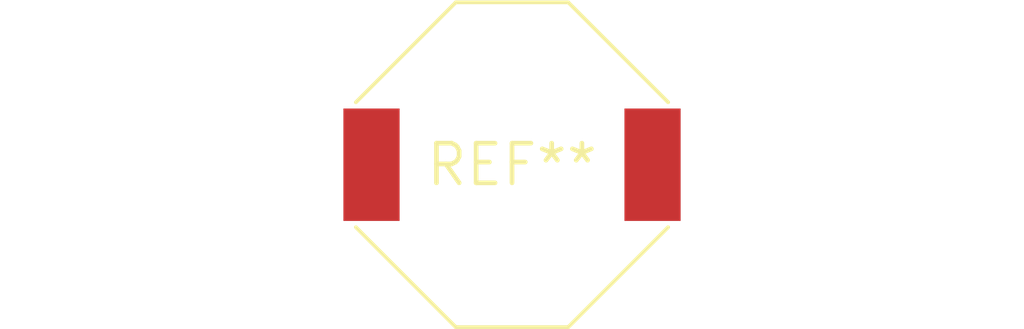
<source format=kicad_pcb>
(kicad_pcb (version 20240108) (generator pcbnew)
  (layers (0 "F.Cu" signal) (31 "B.Cu" signal) (34 "B.Paste" user) (35 "F.Paste" user) (36 "B.SilkS" user "B.Silkscreen") (37 "F.SilkS" user "F.Silkscreen") (38 "B.Mask" user) (39 "F.Mask" user) (44 "Edge.Cuts" user))
  (net 0 "")
  (footprint "L_Bourns-SRU1028_10.0x10.0mm" (layer "F.Cu") (at 0 0)
    (property "Reference" "REF**")
    (property "Value" "L_Bourns-SRU1028_10.0x10.0mm")
    (fp_line (start -1.8 -5.2) (end -5 -2) (layer "F.SilkS") (stroke (width 0.12)))
    (fp_line (start -1.8 -5.2) (end 1.8 -5.2) (layer "F.SilkS") (stroke (width 0.12)))
    (fp_line (start -1.8 5.2) (end -5 2) (layer "F.SilkS") (stroke (width 0.12)))
    (fp_line (start 1.8 -5.2) (end 5 -2) (layer "F.SilkS") (stroke (width 0.12)))
    (fp_line (start 1.8 5.2) (end -1.8 5.2) (layer "F.SilkS") (stroke (width 0.12)))
    (fp_line (start 1.8 5.2) (end 5 2) (layer "F.SilkS") (stroke (width 0.12)))
    (pad "1" smd rect (at -4.5 0) (size 1.8 3.6) (layers "F.Cu" "F.Paste" "F.Mask"))
    (pad "2" smd rect (at 4.5 0) (size 1.8 3.6) (layers "F.Cu" "F.Paste" "F.Mask"))
  )
)
</source>
